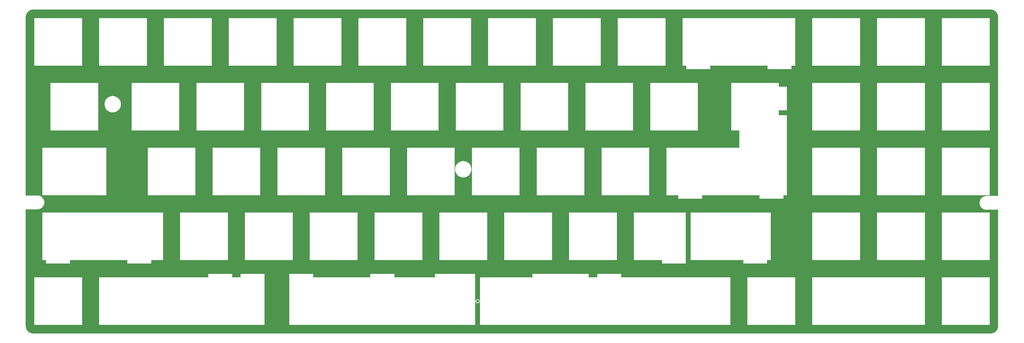
<source format=gbr>
%TF.GenerationSoftware,KiCad,Pcbnew,(7.0.0)*%
%TF.CreationDate,2023-03-30T18:52:10+02:00*%
%TF.ProjectId,qazimodo plate,71617a69-6d6f-4646-9f20-706c6174652e,rev?*%
%TF.SameCoordinates,Original*%
%TF.FileFunction,Copper,L2,Bot*%
%TF.FilePolarity,Positive*%
%FSLAX46Y46*%
G04 Gerber Fmt 4.6, Leading zero omitted, Abs format (unit mm)*
G04 Created by KiCad (PCBNEW (7.0.0)) date 2023-03-30 18:52:10*
%MOMM*%
%LPD*%
G01*
G04 APERTURE LIST*
%TA.AperFunction,ViaPad*%
%ADD10C,0.800000*%
%TD*%
G04 APERTURE END LIST*
D10*
%TO.N,*%
X178816000Y-131826000D03*
%TD*%
%TA.AperFunction,NonConductor*%
G36*
X329540401Y-46031705D02*
G01*
X329543373Y-46031884D01*
X329638922Y-46037662D01*
X329638922Y-46037677D01*
X329638973Y-46037665D01*
X329639096Y-46037672D01*
X329817955Y-46049393D01*
X329819237Y-46049551D01*
X329947559Y-46073065D01*
X330096004Y-46102589D01*
X330097138Y-46102878D01*
X330226857Y-46143297D01*
X330227028Y-46143353D01*
X330365141Y-46190233D01*
X330366127Y-46190621D01*
X330492053Y-46247293D01*
X330492275Y-46247398D01*
X330582109Y-46291697D01*
X330621115Y-46310933D01*
X330621978Y-46311405D01*
X330740996Y-46383351D01*
X330741436Y-46383631D01*
X330859949Y-46462817D01*
X330860652Y-46463326D01*
X330906813Y-46499489D01*
X330970566Y-46549434D01*
X330971005Y-46549799D01*
X331074979Y-46640979D01*
X331077858Y-46643504D01*
X331078408Y-46644018D01*
X331177233Y-46742840D01*
X331177747Y-46743389D01*
X331271451Y-46850236D01*
X331271857Y-46850727D01*
X331357931Y-46960588D01*
X331358441Y-46961291D01*
X331437638Y-47079815D01*
X331437917Y-47080254D01*
X331509864Y-47199264D01*
X331510337Y-47200128D01*
X331573829Y-47328876D01*
X331574002Y-47329242D01*
X331630649Y-47455100D01*
X331631052Y-47456123D01*
X331677910Y-47594160D01*
X331677999Y-47594436D01*
X331718398Y-47724079D01*
X331718698Y-47725256D01*
X331748195Y-47873543D01*
X331748228Y-47873714D01*
X331771730Y-48001951D01*
X331771894Y-48003274D01*
X331784138Y-48190647D01*
X331784141Y-48190703D01*
X331789559Y-48280256D01*
X331789505Y-48281085D01*
X331789554Y-48281085D01*
X331790264Y-100827704D01*
X331788722Y-100833456D01*
X331784511Y-100837665D01*
X331778758Y-100839204D01*
X328353080Y-100837500D01*
X328353047Y-100837500D01*
X328352947Y-100837500D01*
X328352893Y-100837503D01*
X328214167Y-100837142D01*
X328213780Y-100837141D01*
X328213406Y-100837191D01*
X328213397Y-100837192D01*
X327938125Y-100874329D01*
X327938116Y-100874330D01*
X327937744Y-100874381D01*
X327937384Y-100874480D01*
X327937374Y-100874483D01*
X327669741Y-100948820D01*
X327669735Y-100948821D01*
X327669368Y-100948924D01*
X327669023Y-100949072D01*
X327669006Y-100949079D01*
X327414034Y-101059219D01*
X327414023Y-101059224D01*
X327413668Y-101059378D01*
X327413338Y-101059577D01*
X327413326Y-101059584D01*
X327175757Y-101203475D01*
X327175753Y-101203477D01*
X327175424Y-101203677D01*
X327175133Y-101203912D01*
X327175123Y-101203920D01*
X326959390Y-101378879D01*
X326959382Y-101378885D01*
X326959089Y-101379124D01*
X326958822Y-101379409D01*
X326958820Y-101379411D01*
X326768982Y-101582146D01*
X326768973Y-101582156D01*
X326768708Y-101582440D01*
X326768485Y-101582755D01*
X326768477Y-101582765D01*
X326608068Y-101809498D01*
X326608064Y-101809504D01*
X326607838Y-101809824D01*
X326607654Y-101810178D01*
X326607653Y-101810180D01*
X326543428Y-101933878D01*
X326479488Y-102057026D01*
X326479363Y-102057375D01*
X326479359Y-102057386D01*
X326386185Y-102319059D01*
X326386181Y-102319071D01*
X326386056Y-102319424D01*
X326385978Y-102319797D01*
X326385977Y-102319802D01*
X326329368Y-102591732D01*
X326329366Y-102591739D01*
X326329289Y-102592114D01*
X326310248Y-102869999D01*
X326329289Y-103147884D01*
X326329367Y-103148260D01*
X326329368Y-103148265D01*
X326359541Y-103293206D01*
X326386056Y-103420574D01*
X326386182Y-103420930D01*
X326386185Y-103420938D01*
X326434394Y-103556331D01*
X326479487Y-103682972D01*
X326607837Y-103930174D01*
X326768707Y-104157558D01*
X326959088Y-104360875D01*
X327175422Y-104536322D01*
X327413666Y-104680621D01*
X327414033Y-104680779D01*
X327414032Y-104680779D01*
X327669004Y-104790919D01*
X327669008Y-104790920D01*
X327669366Y-104791075D01*
X327937742Y-104865619D01*
X328213778Y-104902859D01*
X328352911Y-104902495D01*
X328352945Y-104902499D01*
X328352945Y-104902496D01*
X328353045Y-104902496D01*
X331775499Y-104902496D01*
X331783630Y-104905864D01*
X331786998Y-104913994D01*
X331789047Y-132254740D01*
X331789554Y-139030684D01*
X331789554Y-139030837D01*
X331789533Y-139031531D01*
X331783572Y-139130079D01*
X331783568Y-139130137D01*
X331771843Y-139309050D01*
X331771680Y-139310371D01*
X331748171Y-139438654D01*
X331748138Y-139438824D01*
X331718644Y-139587104D01*
X331718344Y-139588282D01*
X331677954Y-139717901D01*
X331677865Y-139718177D01*
X331631003Y-139856230D01*
X331630600Y-139857253D01*
X331573953Y-139983116D01*
X331573780Y-139983482D01*
X331510291Y-140112222D01*
X331509819Y-140113085D01*
X331437881Y-140232086D01*
X331437601Y-140232526D01*
X331358410Y-140351044D01*
X331357901Y-140351747D01*
X331271803Y-140461641D01*
X331271396Y-140462132D01*
X331177719Y-140568949D01*
X331177205Y-140569498D01*
X331078380Y-140668322D01*
X331077830Y-140668836D01*
X330971002Y-140762521D01*
X330970512Y-140762928D01*
X330860625Y-140849017D01*
X330859922Y-140849526D01*
X330741415Y-140928707D01*
X330740975Y-140928987D01*
X330621954Y-141000937D01*
X330621091Y-141001409D01*
X330492347Y-141064897D01*
X330491981Y-141065070D01*
X330366123Y-141121711D01*
X330365099Y-141122114D01*
X330227072Y-141168965D01*
X330226797Y-141169054D01*
X330097149Y-141209453D01*
X330095971Y-141209753D01*
X329947697Y-141239244D01*
X329947527Y-141239277D01*
X329819230Y-141262786D01*
X329817910Y-141262949D01*
X329642903Y-141274434D01*
X329642844Y-141274438D01*
X329540054Y-141280654D01*
X329540046Y-141280525D01*
X329539341Y-141280684D01*
X48290402Y-141280684D01*
X48289707Y-141280663D01*
X48191126Y-141274697D01*
X48191069Y-141274693D01*
X48012188Y-141262965D01*
X48010867Y-141262802D01*
X47882593Y-141239292D01*
X47882422Y-141239259D01*
X47734144Y-141209762D01*
X47732967Y-141209462D01*
X47603336Y-141169065D01*
X47603060Y-141168976D01*
X47465016Y-141122114D01*
X47463993Y-141121711D01*
X47338154Y-141065072D01*
X47337788Y-141064899D01*
X47209033Y-141001402D01*
X47208169Y-141000929D01*
X47089163Y-140928985D01*
X47088724Y-140928706D01*
X46970214Y-140849518D01*
X46969511Y-140849008D01*
X46859638Y-140762925D01*
X46859147Y-140762519D01*
X46798636Y-140709451D01*
X46752300Y-140668814D01*
X46751756Y-140668305D01*
X46652940Y-140569485D01*
X46652426Y-140568935D01*
X46633162Y-140546969D01*
X46558731Y-140462094D01*
X46558355Y-140461641D01*
X46472255Y-140351739D01*
X46471746Y-140351036D01*
X46392558Y-140232519D01*
X46392278Y-140232079D01*
X46371421Y-140197577D01*
X46320325Y-140113051D01*
X46319872Y-140112222D01*
X46256363Y-139983436D01*
X46256201Y-139983092D01*
X46244235Y-139956504D01*
X46199560Y-139857237D01*
X46199159Y-139856217D01*
X46152307Y-139718190D01*
X46152218Y-139717915D01*
X46147237Y-139701929D01*
X46111816Y-139588257D01*
X46111523Y-139587104D01*
X46082002Y-139438684D01*
X46058479Y-139310317D01*
X46058323Y-139309050D01*
X46047069Y-139137887D01*
X46040616Y-139031184D01*
X46040728Y-139031177D01*
X46040553Y-139030407D01*
X46040532Y-138752682D01*
X48560396Y-138752682D01*
X48560437Y-138752781D01*
X48560554Y-138753065D01*
X48560937Y-138753223D01*
X48561036Y-138753182D01*
X62560838Y-138753182D01*
X62560937Y-138753223D01*
X62561320Y-138753065D01*
X62561437Y-138752781D01*
X62561478Y-138752682D01*
X67610396Y-138752682D01*
X67610437Y-138752781D01*
X67610554Y-138753065D01*
X67610937Y-138753223D01*
X67611036Y-138753182D01*
X116205099Y-138753182D01*
X116205383Y-138753065D01*
X116205453Y-138752895D01*
X116207626Y-138752682D01*
X116209645Y-138752682D01*
X116210437Y-138752682D01*
X116210437Y-138752781D01*
X116210554Y-138753065D01*
X116210937Y-138753223D01*
X116211320Y-138753065D01*
X116211437Y-138752781D01*
X116211437Y-138752682D01*
X123466146Y-138752682D01*
X123466187Y-138752781D01*
X123466304Y-138753065D01*
X123466687Y-138753223D01*
X123466786Y-138753182D01*
X124713901Y-138753182D01*
X124714099Y-138753182D01*
X178091588Y-138753182D01*
X178091687Y-138753223D01*
X178092070Y-138753065D01*
X178092187Y-138752781D01*
X178092228Y-138752682D01*
X179529146Y-138752682D01*
X179529187Y-138752781D01*
X179529304Y-138753065D01*
X179529687Y-138753223D01*
X179529786Y-138753182D01*
X181863901Y-138753182D01*
X181864099Y-138753182D01*
X253060838Y-138753182D01*
X253060937Y-138753223D01*
X253061320Y-138753065D01*
X253061437Y-138752781D01*
X253061478Y-138752682D01*
X258110396Y-138752682D01*
X258110437Y-138752781D01*
X258110554Y-138753065D01*
X258110937Y-138753223D01*
X258111036Y-138753182D01*
X272110838Y-138753182D01*
X272110937Y-138753223D01*
X272111320Y-138753065D01*
X272111437Y-138752781D01*
X272111478Y-138752682D01*
X277160396Y-138752682D01*
X277160437Y-138752781D01*
X277160554Y-138753065D01*
X277160937Y-138753223D01*
X277161036Y-138753182D01*
X278247838Y-138753182D01*
X278248036Y-138753182D01*
X309123838Y-138753182D01*
X309124036Y-138753182D01*
X310210838Y-138753182D01*
X310210937Y-138753223D01*
X310211320Y-138753065D01*
X310211437Y-138752781D01*
X310211478Y-138752682D01*
X315260396Y-138752682D01*
X315260437Y-138752781D01*
X315260554Y-138753065D01*
X315260937Y-138753223D01*
X315261036Y-138753182D01*
X329260838Y-138753182D01*
X329260937Y-138753223D01*
X329261320Y-138753065D01*
X329261437Y-138752781D01*
X329261478Y-138752682D01*
X329261437Y-138752583D01*
X329261437Y-124752781D01*
X329261478Y-124752682D01*
X329261320Y-124752299D01*
X329261036Y-124752182D01*
X329260937Y-124752141D01*
X329260838Y-124752182D01*
X315261036Y-124752182D01*
X315260937Y-124752141D01*
X315260838Y-124752182D01*
X315260554Y-124752299D01*
X315260396Y-124752682D01*
X315260437Y-124752781D01*
X315260437Y-138752583D01*
X315260396Y-138752682D01*
X310211478Y-138752682D01*
X310211437Y-138752583D01*
X310211437Y-124752781D01*
X310211478Y-124752682D01*
X310211320Y-124752299D01*
X310211036Y-124752182D01*
X310210937Y-124752141D01*
X310210838Y-124752182D01*
X309123838Y-124752182D01*
X309123554Y-124752299D01*
X309123483Y-124752468D01*
X309121311Y-124752682D01*
X309120626Y-124752682D01*
X309118453Y-124752468D01*
X309118383Y-124752299D01*
X309118099Y-124752182D01*
X309116974Y-124752182D01*
X277163050Y-124752182D01*
X277161036Y-124752182D01*
X277160937Y-124752141D01*
X277160838Y-124752182D01*
X277160554Y-124752299D01*
X277160396Y-124752682D01*
X277160437Y-124752781D01*
X277160437Y-138752583D01*
X277160396Y-138752682D01*
X272111478Y-138752682D01*
X272111437Y-138752583D01*
X272111437Y-124752781D01*
X272111478Y-124752682D01*
X272111320Y-124752299D01*
X272111036Y-124752182D01*
X272110937Y-124752141D01*
X272110838Y-124752182D01*
X258111036Y-124752182D01*
X258110937Y-124752141D01*
X258110838Y-124752182D01*
X258110554Y-124752299D01*
X258110396Y-124752682D01*
X258110437Y-124752781D01*
X258110437Y-138752583D01*
X258110396Y-138752682D01*
X253061478Y-138752682D01*
X253061437Y-138752583D01*
X253061437Y-124752781D01*
X253061478Y-124752682D01*
X253061320Y-124752299D01*
X253061036Y-124752182D01*
X253060937Y-124752141D01*
X253060838Y-124752182D01*
X248412099Y-124752182D01*
X220997937Y-124752182D01*
X220989805Y-124748814D01*
X220986437Y-124740682D01*
X220986437Y-123755882D01*
X220986437Y-123752781D01*
X220986478Y-123752682D01*
X220986320Y-123752299D01*
X220986036Y-123752182D01*
X220985937Y-123752141D01*
X220985838Y-123752182D01*
X213986036Y-123752182D01*
X213985937Y-123752141D01*
X213985838Y-123752182D01*
X213985554Y-123752299D01*
X213985396Y-123752682D01*
X213985437Y-123752781D01*
X213985437Y-123755882D01*
X213985437Y-124740682D01*
X213982069Y-124748814D01*
X213973937Y-124752182D01*
X211472937Y-124752182D01*
X211464805Y-124748814D01*
X211461437Y-124740682D01*
X211461437Y-123755882D01*
X211461437Y-123752781D01*
X211461478Y-123752682D01*
X211461320Y-123752299D01*
X211461036Y-123752182D01*
X211460937Y-123752141D01*
X211460838Y-123752182D01*
X206883099Y-123752182D01*
X194967786Y-123752182D01*
X194967687Y-123752141D01*
X194967588Y-123752182D01*
X194967304Y-123752299D01*
X194967146Y-123752682D01*
X194967187Y-123752781D01*
X194967187Y-123755882D01*
X194967187Y-124740682D01*
X194963819Y-124748814D01*
X194955687Y-124752182D01*
X181864099Y-124752182D01*
X179529786Y-124752182D01*
X179529687Y-124752141D01*
X179529588Y-124752182D01*
X179529304Y-124752299D01*
X179529146Y-124752682D01*
X179529187Y-124752781D01*
X179529187Y-138752583D01*
X179529146Y-138752682D01*
X178092228Y-138752682D01*
X178092187Y-138752583D01*
X178092187Y-131826000D01*
X178210318Y-131826000D01*
X178230956Y-131982762D01*
X178291464Y-132128841D01*
X178387718Y-132254282D01*
X178513159Y-132350536D01*
X178659238Y-132411044D01*
X178816000Y-132431682D01*
X178972762Y-132411044D01*
X179118841Y-132350536D01*
X179244282Y-132254282D01*
X179340536Y-132128841D01*
X179401044Y-131982762D01*
X179421682Y-131826000D01*
X179401044Y-131669238D01*
X179340536Y-131523159D01*
X179244282Y-131397718D01*
X179118841Y-131301464D01*
X179118151Y-131301178D01*
X179118149Y-131301177D01*
X178973453Y-131241242D01*
X178973451Y-131241241D01*
X178972762Y-131240956D01*
X178972020Y-131240858D01*
X178972019Y-131240858D01*
X178816744Y-131220416D01*
X178816000Y-131220318D01*
X178815256Y-131220416D01*
X178659980Y-131240858D01*
X178659977Y-131240858D01*
X178659238Y-131240956D01*
X178658550Y-131241240D01*
X178658546Y-131241242D01*
X178513850Y-131301177D01*
X178513845Y-131301179D01*
X178513159Y-131301464D01*
X178512569Y-131301916D01*
X178512565Y-131301919D01*
X178388315Y-131397259D01*
X178388311Y-131397262D01*
X178387718Y-131397718D01*
X178387262Y-131398311D01*
X178387259Y-131398315D01*
X178291919Y-131522565D01*
X178291916Y-131522569D01*
X178291464Y-131523159D01*
X178291179Y-131523845D01*
X178291177Y-131523850D01*
X178231242Y-131668546D01*
X178231240Y-131668550D01*
X178230956Y-131669238D01*
X178210318Y-131826000D01*
X178092187Y-131826000D01*
X178092187Y-123752781D01*
X178092228Y-123752682D01*
X178092070Y-123752299D01*
X178091786Y-123752182D01*
X178091687Y-123752141D01*
X178091588Y-123752182D01*
X173361036Y-123752182D01*
X171091786Y-123752182D01*
X166361036Y-123752182D01*
X166360937Y-123752141D01*
X166360838Y-123752182D01*
X166360554Y-123752299D01*
X166360396Y-123752682D01*
X166360437Y-123752781D01*
X166360437Y-123755882D01*
X166360437Y-124740682D01*
X166357069Y-124748814D01*
X166348937Y-124752182D01*
X160192286Y-124752182D01*
X154354687Y-124752182D01*
X154346555Y-124748814D01*
X154343187Y-124740682D01*
X154343187Y-123755882D01*
X154343187Y-123752781D01*
X154343228Y-123752682D01*
X154343070Y-123752299D01*
X154342786Y-123752182D01*
X154342687Y-123752141D01*
X154342588Y-123752182D01*
X154311036Y-123752182D01*
X147319901Y-123752182D01*
X147319617Y-123752299D01*
X147319546Y-123752468D01*
X147317374Y-123752682D01*
X147312229Y-123752682D01*
X147311437Y-123752682D01*
X147311437Y-123752583D01*
X147311320Y-123752299D01*
X147310937Y-123752141D01*
X147310554Y-123752299D01*
X147310437Y-123752583D01*
X147310437Y-123753709D01*
X147310437Y-124740682D01*
X147307069Y-124748814D01*
X147298937Y-124752182D01*
X138811099Y-124752182D01*
X130478687Y-124752182D01*
X130470555Y-124748814D01*
X130467187Y-124740682D01*
X130467187Y-123755882D01*
X130467187Y-123752781D01*
X130467228Y-123752682D01*
X130467070Y-123752299D01*
X130466786Y-123752182D01*
X130466687Y-123752141D01*
X130466588Y-123752182D01*
X123466786Y-123752182D01*
X123466687Y-123752141D01*
X123466588Y-123752182D01*
X123466304Y-123752299D01*
X123466146Y-123752682D01*
X123466187Y-123752781D01*
X123466187Y-138752583D01*
X123466146Y-138752682D01*
X116211437Y-138752682D01*
X116211437Y-123752781D01*
X116211478Y-123752682D01*
X116211320Y-123752299D01*
X116211036Y-123752182D01*
X116210937Y-123752141D01*
X116210838Y-123752182D01*
X109211036Y-123752182D01*
X109210937Y-123752141D01*
X109210838Y-123752182D01*
X109210554Y-123752299D01*
X109210396Y-123752682D01*
X109210437Y-123752781D01*
X109210437Y-123755882D01*
X109210437Y-124740682D01*
X109207069Y-124748814D01*
X109198937Y-124752182D01*
X106704187Y-124752182D01*
X106696055Y-124748814D01*
X106692687Y-124740682D01*
X106692687Y-123755882D01*
X106692687Y-123752781D01*
X106692728Y-123752682D01*
X106692570Y-123752299D01*
X106692286Y-123752182D01*
X106692187Y-123752141D01*
X106692088Y-123752182D01*
X106686036Y-123752182D01*
X99692286Y-123752182D01*
X99686036Y-123752182D01*
X99685937Y-123752141D01*
X99685838Y-123752182D01*
X99685554Y-123752299D01*
X99685396Y-123752682D01*
X99685437Y-123752781D01*
X99685437Y-123755882D01*
X99685437Y-124740682D01*
X99682069Y-124748814D01*
X99673937Y-124752182D01*
X67611036Y-124752182D01*
X67610937Y-124752141D01*
X67610838Y-124752182D01*
X67610554Y-124752299D01*
X67610396Y-124752682D01*
X67610437Y-124752781D01*
X67610437Y-138752583D01*
X67610396Y-138752682D01*
X62561478Y-138752682D01*
X62561437Y-138752583D01*
X62561437Y-124752781D01*
X62561478Y-124752682D01*
X62561320Y-124752299D01*
X62561036Y-124752182D01*
X62560937Y-124752141D01*
X62560838Y-124752182D01*
X48561036Y-124752182D01*
X48560937Y-124752141D01*
X48560838Y-124752182D01*
X48560554Y-124752299D01*
X48560396Y-124752682D01*
X48560437Y-124752781D01*
X48560437Y-138752583D01*
X48560396Y-138752682D01*
X46040532Y-138752682D01*
X46039113Y-119702682D01*
X50941646Y-119702682D01*
X50941687Y-119702781D01*
X50941804Y-119703065D01*
X50942187Y-119703223D01*
X50942286Y-119703182D01*
X52017187Y-119703182D01*
X52025319Y-119706550D01*
X52028687Y-119714682D01*
X52028687Y-120702583D01*
X52028646Y-120702682D01*
X52028687Y-120702781D01*
X52028804Y-120703065D01*
X52029187Y-120703223D01*
X52029286Y-120703182D01*
X59029088Y-120703182D01*
X59029187Y-120703223D01*
X59029570Y-120703065D01*
X59029687Y-120702781D01*
X59029728Y-120702682D01*
X59029687Y-120702583D01*
X59029687Y-119714682D01*
X59033055Y-119706550D01*
X59041187Y-119703182D01*
X74548901Y-119703182D01*
X74549099Y-119703182D01*
X75893187Y-119703182D01*
X75901319Y-119706550D01*
X75904687Y-119714682D01*
X75904687Y-120702583D01*
X75904646Y-120702682D01*
X75904687Y-120702781D01*
X75904804Y-120703065D01*
X75905187Y-120703223D01*
X75905286Y-120703182D01*
X82905088Y-120703182D01*
X82905187Y-120703223D01*
X82905570Y-120703065D01*
X82905687Y-120702781D01*
X82905728Y-120702682D01*
X82905687Y-120702583D01*
X82905687Y-119714682D01*
X82909055Y-119706550D01*
X82917187Y-119703182D01*
X86373338Y-119703182D01*
X86373437Y-119703223D01*
X86373820Y-119703065D01*
X86373937Y-119702781D01*
X86373978Y-119702682D01*
X91422896Y-119702682D01*
X91422937Y-119702781D01*
X91423054Y-119703065D01*
X91423437Y-119703223D01*
X91423536Y-119703182D01*
X105423338Y-119703182D01*
X105423437Y-119703223D01*
X105423820Y-119703065D01*
X105423937Y-119702781D01*
X105423978Y-119702682D01*
X110472896Y-119702682D01*
X110472937Y-119702781D01*
X110473054Y-119703065D01*
X110473437Y-119703223D01*
X110473536Y-119703182D01*
X124473338Y-119703182D01*
X124473437Y-119703223D01*
X124473820Y-119703065D01*
X124473937Y-119702781D01*
X124473978Y-119702682D01*
X129522896Y-119702682D01*
X129522937Y-119702781D01*
X129523054Y-119703065D01*
X129523437Y-119703223D01*
X129523536Y-119703182D01*
X143523338Y-119703182D01*
X143523437Y-119703223D01*
X143523820Y-119703065D01*
X143523937Y-119702781D01*
X143523978Y-119702682D01*
X148572896Y-119702682D01*
X148572937Y-119702781D01*
X148573054Y-119703065D01*
X148573437Y-119703223D01*
X148573536Y-119703182D01*
X162573338Y-119703182D01*
X162573437Y-119703223D01*
X162573820Y-119703065D01*
X162573937Y-119702781D01*
X162573978Y-119702682D01*
X167622896Y-119702682D01*
X167622937Y-119702781D01*
X167623054Y-119703065D01*
X167623437Y-119703223D01*
X167623536Y-119703182D01*
X181623338Y-119703182D01*
X181623437Y-119703223D01*
X181623820Y-119703065D01*
X181623937Y-119702781D01*
X181623978Y-119702682D01*
X186672896Y-119702682D01*
X186672937Y-119702781D01*
X186673054Y-119703065D01*
X186673437Y-119703223D01*
X186673536Y-119703182D01*
X200673338Y-119703182D01*
X200673437Y-119703223D01*
X200673820Y-119703065D01*
X200673937Y-119702781D01*
X200673978Y-119702682D01*
X205722896Y-119702682D01*
X205722937Y-119702781D01*
X205723054Y-119703065D01*
X205723437Y-119703223D01*
X205723536Y-119703182D01*
X219723338Y-119703182D01*
X219723437Y-119703223D01*
X219723820Y-119703065D01*
X219723937Y-119702781D01*
X219723978Y-119702682D01*
X224772896Y-119702682D01*
X224772937Y-119702781D01*
X224773054Y-119703065D01*
X224773437Y-119703223D01*
X224773536Y-119703182D01*
X232992187Y-119703182D01*
X233000319Y-119706550D01*
X233003687Y-119714682D01*
X233003687Y-120702583D01*
X233003646Y-120702682D01*
X233003687Y-120702781D01*
X233003804Y-120703065D01*
X233004187Y-120703223D01*
X233004286Y-120703182D01*
X240004088Y-120703182D01*
X240004187Y-120703223D01*
X240004570Y-120703065D01*
X240004687Y-120702781D01*
X240004728Y-120702682D01*
X240004687Y-120702583D01*
X240004687Y-119702682D01*
X241441646Y-119702682D01*
X241441687Y-119702781D01*
X241441804Y-119703065D01*
X241442187Y-119703223D01*
X241442286Y-119703182D01*
X250951901Y-119703182D01*
X250967286Y-119703182D01*
X256868187Y-119703182D01*
X256876319Y-119706550D01*
X256879687Y-119714682D01*
X256879687Y-120702583D01*
X256879646Y-120702682D01*
X256879687Y-120702781D01*
X256879804Y-120703065D01*
X256880187Y-120703223D01*
X256880286Y-120703182D01*
X263880088Y-120703182D01*
X263880187Y-120703223D01*
X263880570Y-120703065D01*
X263880687Y-120702781D01*
X263880728Y-120702682D01*
X263880687Y-120702583D01*
X263880687Y-119714682D01*
X263884055Y-119706550D01*
X263892187Y-119703182D01*
X264967088Y-119703182D01*
X264967187Y-119703223D01*
X264967570Y-119703065D01*
X264967687Y-119702781D01*
X264967728Y-119702682D01*
X277160396Y-119702682D01*
X277160437Y-119702781D01*
X277160554Y-119703065D01*
X277160937Y-119703223D01*
X277161036Y-119703182D01*
X291160838Y-119703182D01*
X291160937Y-119703223D01*
X291161320Y-119703065D01*
X291161437Y-119702781D01*
X291161478Y-119702682D01*
X296210396Y-119702682D01*
X296210437Y-119702781D01*
X296210554Y-119703065D01*
X296210937Y-119703223D01*
X296211036Y-119703182D01*
X310210838Y-119703182D01*
X310210937Y-119703223D01*
X310211320Y-119703065D01*
X310211437Y-119702781D01*
X310211478Y-119702682D01*
X315260396Y-119702682D01*
X315260437Y-119702781D01*
X315260554Y-119703065D01*
X315260937Y-119703223D01*
X315261036Y-119703182D01*
X329260838Y-119703182D01*
X329260937Y-119703223D01*
X329261320Y-119703065D01*
X329261437Y-119702781D01*
X329261478Y-119702682D01*
X329261437Y-119702583D01*
X329261437Y-105702781D01*
X329261478Y-105702682D01*
X329261320Y-105702299D01*
X329261036Y-105702182D01*
X329260937Y-105702141D01*
X329260838Y-105702182D01*
X315261036Y-105702182D01*
X315260937Y-105702141D01*
X315260838Y-105702182D01*
X315260554Y-105702299D01*
X315260396Y-105702682D01*
X315260437Y-105702781D01*
X315260437Y-119702583D01*
X315260396Y-119702682D01*
X310211478Y-119702682D01*
X310211437Y-119702583D01*
X310211437Y-105702781D01*
X310211478Y-105702682D01*
X310211320Y-105702299D01*
X310211036Y-105702182D01*
X310210937Y-105702141D01*
X310210838Y-105702182D01*
X296211036Y-105702182D01*
X296210937Y-105702141D01*
X296210838Y-105702182D01*
X296210554Y-105702299D01*
X296210396Y-105702682D01*
X296210437Y-105702781D01*
X296210437Y-119702583D01*
X296210396Y-119702682D01*
X291161478Y-119702682D01*
X291161437Y-119702583D01*
X291161437Y-105702781D01*
X291161478Y-105702682D01*
X291161320Y-105702299D01*
X291161036Y-105702182D01*
X291160937Y-105702141D01*
X291160838Y-105702182D01*
X277161036Y-105702182D01*
X277160937Y-105702141D01*
X277160838Y-105702182D01*
X277160554Y-105702299D01*
X277160396Y-105702682D01*
X277160437Y-105702781D01*
X277160437Y-119702583D01*
X277160396Y-119702682D01*
X264967728Y-119702682D01*
X264967687Y-119702583D01*
X264967687Y-105702781D01*
X264967728Y-105702682D01*
X264967570Y-105702299D01*
X264967286Y-105702182D01*
X264967187Y-105702141D01*
X264967088Y-105702182D01*
X250967286Y-105702182D01*
X241442286Y-105702182D01*
X241442187Y-105702141D01*
X241442088Y-105702182D01*
X241441804Y-105702299D01*
X241441646Y-105702682D01*
X241441687Y-105702781D01*
X241441687Y-119702583D01*
X241441646Y-119702682D01*
X240004687Y-119702682D01*
X240004687Y-105702781D01*
X240004728Y-105702682D01*
X240004570Y-105702299D01*
X240004286Y-105702182D01*
X240004187Y-105702141D01*
X240004088Y-105702182D01*
X238773338Y-105702182D01*
X238773054Y-105702299D01*
X238772983Y-105702468D01*
X238770811Y-105702682D01*
X238762626Y-105702682D01*
X238760453Y-105702468D01*
X238760383Y-105702299D01*
X238760099Y-105702182D01*
X238758974Y-105702182D01*
X224775550Y-105702182D01*
X224773536Y-105702182D01*
X224773437Y-105702141D01*
X224773338Y-105702182D01*
X224773054Y-105702299D01*
X224772896Y-105702682D01*
X224772937Y-105702781D01*
X224772937Y-119702583D01*
X224772896Y-119702682D01*
X219723978Y-119702682D01*
X219723937Y-119702583D01*
X219723937Y-105702781D01*
X219723978Y-105702682D01*
X219723820Y-105702299D01*
X219723536Y-105702182D01*
X219723437Y-105702141D01*
X219723338Y-105702182D01*
X205723536Y-105702182D01*
X205723437Y-105702141D01*
X205723338Y-105702182D01*
X205723054Y-105702299D01*
X205722896Y-105702682D01*
X205722937Y-105702781D01*
X205722937Y-119702583D01*
X205722896Y-119702682D01*
X200673978Y-119702682D01*
X200673937Y-119702583D01*
X200673937Y-105702781D01*
X200673978Y-105702682D01*
X200673820Y-105702299D01*
X200673536Y-105702182D01*
X200673437Y-105702141D01*
X200673338Y-105702182D01*
X186673536Y-105702182D01*
X186673437Y-105702141D01*
X186673338Y-105702182D01*
X186673054Y-105702299D01*
X186672896Y-105702682D01*
X186672937Y-105702781D01*
X186672937Y-119702583D01*
X186672896Y-119702682D01*
X181623978Y-119702682D01*
X181623937Y-119702583D01*
X181623937Y-105702781D01*
X181623978Y-105702682D01*
X181623820Y-105702299D01*
X181623536Y-105702182D01*
X181623437Y-105702141D01*
X181623338Y-105702182D01*
X167623536Y-105702182D01*
X167623437Y-105702141D01*
X167623338Y-105702182D01*
X167623054Y-105702299D01*
X167622896Y-105702682D01*
X167622937Y-105702781D01*
X167622937Y-119702583D01*
X167622896Y-119702682D01*
X162573978Y-119702682D01*
X162573937Y-119702583D01*
X162573937Y-105702781D01*
X162573978Y-105702682D01*
X162573820Y-105702299D01*
X162573536Y-105702182D01*
X162573437Y-105702141D01*
X162573338Y-105702182D01*
X148573536Y-105702182D01*
X148573437Y-105702141D01*
X148573338Y-105702182D01*
X148573054Y-105702299D01*
X148572896Y-105702682D01*
X148572937Y-105702781D01*
X148572937Y-119702583D01*
X148572896Y-119702682D01*
X143523978Y-119702682D01*
X143523937Y-119702583D01*
X143523937Y-105702781D01*
X143523978Y-105702682D01*
X143523820Y-105702299D01*
X143523536Y-105702182D01*
X143523437Y-105702141D01*
X143523338Y-105702182D01*
X129523536Y-105702182D01*
X129523437Y-105702141D01*
X129523338Y-105702182D01*
X129523054Y-105702299D01*
X129522896Y-105702682D01*
X129522937Y-105702781D01*
X129522937Y-119702583D01*
X129522896Y-119702682D01*
X124473978Y-119702682D01*
X124473937Y-119702583D01*
X124473937Y-105702781D01*
X124473978Y-105702682D01*
X124473820Y-105702299D01*
X124473536Y-105702182D01*
X124473437Y-105702141D01*
X124473338Y-105702182D01*
X110473536Y-105702182D01*
X110473437Y-105702141D01*
X110473338Y-105702182D01*
X110473054Y-105702299D01*
X110472896Y-105702682D01*
X110472937Y-105702781D01*
X110472937Y-119702583D01*
X110472896Y-119702682D01*
X105423978Y-119702682D01*
X105423937Y-119702583D01*
X105423937Y-105702781D01*
X105423978Y-105702682D01*
X105423820Y-105702299D01*
X105423536Y-105702182D01*
X105423437Y-105702141D01*
X105423338Y-105702182D01*
X91423536Y-105702182D01*
X91423437Y-105702141D01*
X91423338Y-105702182D01*
X91423054Y-105702299D01*
X91422896Y-105702682D01*
X91422937Y-105702781D01*
X91422937Y-119702583D01*
X91422896Y-119702682D01*
X86373978Y-119702682D01*
X86373937Y-119702583D01*
X86373937Y-105702781D01*
X86373978Y-105702682D01*
X86373820Y-105702299D01*
X86373536Y-105702182D01*
X86373437Y-105702141D01*
X86373338Y-105702182D01*
X51943099Y-105702182D01*
X50942286Y-105702182D01*
X50942187Y-105702141D01*
X50942088Y-105702182D01*
X50941804Y-105702299D01*
X50941646Y-105702682D01*
X50941687Y-105702781D01*
X50941687Y-119702583D01*
X50941646Y-119702682D01*
X46039113Y-119702682D01*
X46038010Y-104905864D01*
X46038001Y-104787001D01*
X46039541Y-104781250D01*
X46043751Y-104777041D01*
X46049501Y-104775500D01*
X49452601Y-104775500D01*
X49452601Y-104775501D01*
X49452648Y-104775496D01*
X49591771Y-104775863D01*
X49867812Y-104738629D01*
X50136194Y-104664090D01*
X50391900Y-104553640D01*
X50630151Y-104409342D01*
X50846492Y-104233895D01*
X51036879Y-104030578D01*
X51197753Y-103803192D01*
X51326107Y-103555987D01*
X51419542Y-103293585D01*
X51476311Y-103020890D01*
X51495353Y-102743001D01*
X51476312Y-102465112D01*
X51419543Y-102192417D01*
X51326108Y-101930015D01*
X51197754Y-101682810D01*
X51036880Y-101455423D01*
X50846493Y-101252106D01*
X50630152Y-101076659D01*
X50391902Y-100932361D01*
X50346153Y-100912600D01*
X50174604Y-100838500D01*
X50136196Y-100821910D01*
X50135827Y-100821807D01*
X50135820Y-100821805D01*
X49868186Y-100747474D01*
X49868181Y-100747473D01*
X49867814Y-100747371D01*
X49867429Y-100747319D01*
X49592156Y-100710188D01*
X49592146Y-100710187D01*
X49591773Y-100710137D01*
X49591384Y-100710138D01*
X49452648Y-100710502D01*
X49452601Y-100710499D01*
X49452601Y-100710500D01*
X46053701Y-100710500D01*
X46045569Y-100707132D01*
X46042201Y-100699000D01*
X46042200Y-100652682D01*
X50926459Y-100652682D01*
X50926616Y-100653064D01*
X50926617Y-100653065D01*
X50926999Y-100653223D01*
X50927099Y-100653182D01*
X65023901Y-100653182D01*
X65024099Y-100653182D01*
X69704588Y-100653182D01*
X69704687Y-100653223D01*
X69705070Y-100653065D01*
X69705187Y-100652781D01*
X69705228Y-100652682D01*
X81897896Y-100652682D01*
X81897937Y-100652781D01*
X81898054Y-100653065D01*
X81898437Y-100653223D01*
X81898536Y-100653182D01*
X95898338Y-100653182D01*
X95898437Y-100653223D01*
X95898820Y-100653065D01*
X95898937Y-100652781D01*
X95898978Y-100652682D01*
X100947896Y-100652682D01*
X100947937Y-100652781D01*
X100948054Y-100653065D01*
X100948437Y-100653223D01*
X100948536Y-100653182D01*
X114948338Y-100653182D01*
X114948437Y-100653223D01*
X114948820Y-100653065D01*
X114948937Y-100652781D01*
X114948978Y-100652682D01*
X119997896Y-100652682D01*
X119997937Y-100652781D01*
X119998054Y-100653065D01*
X119998437Y-100653223D01*
X119998536Y-100653182D01*
X133998338Y-100653182D01*
X133998437Y-100653223D01*
X133998820Y-100653065D01*
X133998937Y-100652781D01*
X133998978Y-100652682D01*
X139047896Y-100652682D01*
X139047937Y-100652781D01*
X139048054Y-100653065D01*
X139048437Y-100653223D01*
X139048536Y-100653182D01*
X153048338Y-100653182D01*
X153048437Y-100653223D01*
X153048820Y-100653065D01*
X153048937Y-100652781D01*
X153048978Y-100652682D01*
X158097896Y-100652682D01*
X158097937Y-100652781D01*
X158098054Y-100653065D01*
X158098437Y-100653223D01*
X158098536Y-100653182D01*
X172098338Y-100653182D01*
X172098437Y-100653223D01*
X172098820Y-100653065D01*
X172098937Y-100652781D01*
X172098978Y-100652682D01*
X177147896Y-100652682D01*
X177147937Y-100652781D01*
X177148054Y-100653065D01*
X177148437Y-100653223D01*
X177148536Y-100653182D01*
X191148338Y-100653182D01*
X191148437Y-100653223D01*
X191148820Y-100653065D01*
X191148937Y-100652781D01*
X191148978Y-100652682D01*
X196197896Y-100652682D01*
X196197937Y-100652781D01*
X196198054Y-100653065D01*
X196198437Y-100653223D01*
X196198536Y-100653182D01*
X210198338Y-100653182D01*
X210198437Y-100653223D01*
X210198820Y-100653065D01*
X210198937Y-100652781D01*
X210198978Y-100652682D01*
X215247896Y-100652682D01*
X215247937Y-100652781D01*
X215248054Y-100653065D01*
X215248437Y-100653223D01*
X215248536Y-100653182D01*
X229248338Y-100653182D01*
X229248437Y-100653223D01*
X229248820Y-100653065D01*
X229248937Y-100652781D01*
X229248978Y-100652682D01*
X234297896Y-100652682D01*
X234297937Y-100652781D01*
X234298054Y-100653065D01*
X234298437Y-100653223D01*
X234298536Y-100653182D01*
X237754687Y-100653182D01*
X237762819Y-100656550D01*
X237766187Y-100664682D01*
X237766187Y-101652583D01*
X237766146Y-101652682D01*
X237766187Y-101652781D01*
X237766304Y-101653065D01*
X237766687Y-101653223D01*
X237766786Y-101653182D01*
X244766588Y-101653182D01*
X244766687Y-101653223D01*
X244767070Y-101653065D01*
X244767187Y-101652781D01*
X244767228Y-101652682D01*
X244767187Y-101652583D01*
X244767187Y-100664682D01*
X244770555Y-100656550D01*
X244778687Y-100653182D01*
X246125901Y-100653182D01*
X246126099Y-100653182D01*
X261630687Y-100653182D01*
X261638819Y-100656550D01*
X261642187Y-100664682D01*
X261642187Y-101652583D01*
X261642146Y-101652682D01*
X261642187Y-101652781D01*
X261642304Y-101653065D01*
X261642687Y-101653223D01*
X261642786Y-101653182D01*
X268642588Y-101653182D01*
X268642687Y-101653223D01*
X268643070Y-101653065D01*
X268643187Y-101652781D01*
X268643228Y-101652682D01*
X268643187Y-101652583D01*
X268643187Y-100664682D01*
X268646555Y-100656550D01*
X268654687Y-100653182D01*
X269729588Y-100653182D01*
X269729687Y-100653223D01*
X269730070Y-100653065D01*
X269730187Y-100652781D01*
X269730228Y-100652682D01*
X277160396Y-100652682D01*
X277160437Y-100652781D01*
X277160554Y-100653065D01*
X277160937Y-100653223D01*
X277161036Y-100653182D01*
X291160838Y-100653182D01*
X291160937Y-100653223D01*
X291161320Y-100653065D01*
X291161437Y-100652781D01*
X291161478Y-100652682D01*
X296210396Y-100652682D01*
X296210437Y-100652781D01*
X296210554Y-100653065D01*
X296210937Y-100653223D01*
X296211036Y-100653182D01*
X310210838Y-100653182D01*
X310210937Y-100653223D01*
X310211320Y-100653065D01*
X310211437Y-100652781D01*
X310211478Y-100652682D01*
X315260396Y-100652682D01*
X315260437Y-100652781D01*
X315260554Y-100653065D01*
X315260937Y-100653223D01*
X315261036Y-100653182D01*
X329260838Y-100653182D01*
X329260937Y-100653223D01*
X329261320Y-100653065D01*
X329261437Y-100652781D01*
X329261478Y-100652682D01*
X329261437Y-100652583D01*
X329261437Y-86652781D01*
X329261478Y-86652682D01*
X329261320Y-86652299D01*
X329261036Y-86652182D01*
X329260937Y-86652141D01*
X329260838Y-86652182D01*
X315261036Y-86652182D01*
X315260937Y-86652141D01*
X315260838Y-86652182D01*
X315260554Y-86652299D01*
X315260396Y-86652682D01*
X315260437Y-86652781D01*
X315260437Y-100652583D01*
X315260396Y-100652682D01*
X310211478Y-100652682D01*
X310211437Y-100652583D01*
X310211437Y-86652781D01*
X310211478Y-86652682D01*
X310211320Y-86652299D01*
X310211036Y-86652182D01*
X310210937Y-86652141D01*
X310210838Y-86652182D01*
X296211036Y-86652182D01*
X296210937Y-86652141D01*
X296210838Y-86652182D01*
X296210554Y-86652299D01*
X296210396Y-86652682D01*
X296210437Y-86652781D01*
X296210437Y-100652583D01*
X296210396Y-100652682D01*
X291161478Y-100652682D01*
X291161437Y-100652583D01*
X291161437Y-86652781D01*
X291161478Y-86652682D01*
X291161320Y-86652299D01*
X291161036Y-86652182D01*
X291160937Y-86652141D01*
X291160838Y-86652182D01*
X277161036Y-86652182D01*
X277160937Y-86652141D01*
X277160838Y-86652182D01*
X277160554Y-86652299D01*
X277160396Y-86652682D01*
X277160437Y-86652781D01*
X277160437Y-100652583D01*
X277160396Y-100652682D01*
X269730228Y-100652682D01*
X269730187Y-100652583D01*
X269730187Y-99694901D01*
X269730187Y-81602682D01*
X277160396Y-81602682D01*
X277160437Y-81602781D01*
X277160554Y-81603065D01*
X277160937Y-81603223D01*
X277161036Y-81603182D01*
X291160838Y-81603182D01*
X291160937Y-81603223D01*
X291161320Y-81603065D01*
X291161437Y-81602781D01*
X291161478Y-81602682D01*
X296210396Y-81602682D01*
X296210437Y-81602781D01*
X296210554Y-81603065D01*
X296210937Y-81603223D01*
X296211036Y-81603182D01*
X310210838Y-81603182D01*
X310210937Y-81603223D01*
X310211320Y-81603065D01*
X310211437Y-81602781D01*
X310211478Y-81602682D01*
X315260396Y-81602682D01*
X315260437Y-81602781D01*
X315260554Y-81603065D01*
X315260937Y-81603223D01*
X315261036Y-81603182D01*
X329260838Y-81603182D01*
X329260937Y-81603223D01*
X329261320Y-81603065D01*
X329261437Y-81602781D01*
X329261478Y-81602682D01*
X329261437Y-81602583D01*
X329261437Y-67602781D01*
X329261478Y-67602682D01*
X329261320Y-67602299D01*
X329261036Y-67602182D01*
X329260937Y-67602141D01*
X329260838Y-67602182D01*
X315261036Y-67602182D01*
X315260937Y-67602141D01*
X315260838Y-67602182D01*
X315260554Y-67602299D01*
X315260396Y-67602682D01*
X315260437Y-67602781D01*
X315260437Y-81602583D01*
X315260396Y-81602682D01*
X310211478Y-81602682D01*
X310211437Y-81602583D01*
X310211437Y-67602781D01*
X310211478Y-67602682D01*
X310211320Y-67602299D01*
X310211036Y-67602182D01*
X310210937Y-67602141D01*
X310210838Y-67602182D01*
X296211036Y-67602182D01*
X296210937Y-67602141D01*
X296210838Y-67602182D01*
X296210554Y-67602299D01*
X296210396Y-67602682D01*
X296210437Y-67602781D01*
X296210437Y-81602583D01*
X296210396Y-81602682D01*
X291161478Y-81602682D01*
X291161437Y-81602583D01*
X291161437Y-67602781D01*
X291161478Y-67602682D01*
X291161320Y-67602299D01*
X291161036Y-67602182D01*
X291160937Y-67602141D01*
X291160838Y-67602182D01*
X277161036Y-67602182D01*
X277160937Y-67602141D01*
X277160838Y-67602182D01*
X277160554Y-67602299D01*
X277160396Y-67602682D01*
X277160437Y-67602781D01*
X277160437Y-81602583D01*
X277160396Y-81602682D01*
X269730187Y-81602682D01*
X269730187Y-77127781D01*
X269730228Y-77127682D01*
X269730070Y-77127299D01*
X269729786Y-77127182D01*
X269729687Y-77127141D01*
X269729588Y-77127182D01*
X267360437Y-77127182D01*
X267352305Y-77123814D01*
X267348937Y-77115682D01*
X267348937Y-75701682D01*
X267352305Y-75693550D01*
X267360437Y-75690182D01*
X269729588Y-75690182D01*
X269729687Y-75690223D01*
X269730070Y-75690065D01*
X269730187Y-75689781D01*
X269730228Y-75689682D01*
X269730187Y-75689583D01*
X269730187Y-68689781D01*
X269730228Y-68689682D01*
X269730070Y-68689299D01*
X269729786Y-68689182D01*
X269729687Y-68689141D01*
X269729588Y-68689182D01*
X267360437Y-68689182D01*
X267352305Y-68685814D01*
X267348937Y-68677682D01*
X267348937Y-67605882D01*
X267348937Y-67602781D01*
X267348978Y-67602682D01*
X267348820Y-67602299D01*
X267348536Y-67602182D01*
X267348437Y-67602141D01*
X267348338Y-67602182D01*
X253348536Y-67602182D01*
X253348437Y-67602141D01*
X253348338Y-67602182D01*
X253348054Y-67602299D01*
X253347896Y-67602682D01*
X253347937Y-67602781D01*
X253347937Y-81602583D01*
X253347896Y-81602682D01*
X253347937Y-81602781D01*
X253348054Y-81603065D01*
X253348437Y-81603223D01*
X253348536Y-81603182D01*
X255717687Y-81603182D01*
X255725819Y-81606550D01*
X255729187Y-81614682D01*
X255729187Y-86640682D01*
X255725819Y-86648814D01*
X255717687Y-86652182D01*
X248412099Y-86652182D01*
X234298536Y-86652182D01*
X234298437Y-86652141D01*
X234298338Y-86652182D01*
X234298054Y-86652299D01*
X234297896Y-86652682D01*
X234297937Y-86652781D01*
X234297937Y-100652583D01*
X234297896Y-100652682D01*
X229248978Y-100652682D01*
X229248937Y-100652583D01*
X229248937Y-86652781D01*
X229248978Y-86652682D01*
X229248820Y-86652299D01*
X229248536Y-86652182D01*
X229248437Y-86652141D01*
X229248338Y-86652182D01*
X215248536Y-86652182D01*
X215248437Y-86652141D01*
X215248338Y-86652182D01*
X215248054Y-86652299D01*
X215247896Y-86652682D01*
X215247937Y-86652781D01*
X215247937Y-100652583D01*
X215247896Y-100652682D01*
X210198978Y-100652682D01*
X210198937Y-100652583D01*
X210198937Y-86652781D01*
X210198978Y-86652682D01*
X210198820Y-86652299D01*
X210198536Y-86652182D01*
X210198437Y-86652141D01*
X210198338Y-86652182D01*
X196198536Y-86652182D01*
X196198437Y-86652141D01*
X196198338Y-86652182D01*
X196198054Y-86652299D01*
X196197896Y-86652682D01*
X196197937Y-86652781D01*
X196197937Y-100652583D01*
X196197896Y-100652682D01*
X191148978Y-100652682D01*
X191148937Y-100652583D01*
X191148937Y-86652781D01*
X191148978Y-86652682D01*
X191148820Y-86652299D01*
X191148536Y-86652182D01*
X191148437Y-86652141D01*
X191148338Y-86652182D01*
X177148536Y-86652182D01*
X177148437Y-86652141D01*
X177148338Y-86652182D01*
X177148054Y-86652299D01*
X177147896Y-86652682D01*
X177147937Y-86652781D01*
X177147937Y-100652583D01*
X177147896Y-100652682D01*
X172098978Y-100652682D01*
X172098937Y-100652583D01*
X172098937Y-93001114D01*
X172204098Y-93001114D01*
X172204121Y-93001480D01*
X172223018Y-93301851D01*
X172223064Y-93302571D01*
X172279663Y-93599274D01*
X172373003Y-93886544D01*
X172501611Y-94159850D01*
X172501796Y-94160142D01*
X172501798Y-94160145D01*
X172661315Y-94411505D01*
X172663459Y-94414882D01*
X172663685Y-94415155D01*
X172663690Y-94415162D01*
X172855765Y-94647341D01*
X172855772Y-94647348D01*
X172855995Y-94647618D01*
X173076182Y-94854388D01*
X173320549Y-95031930D01*
X173585240Y-95177446D01*
X173866082Y-95288639D01*
X174158646Y-95363756D01*
X174458317Y-95401614D01*
X174760010Y-95401614D01*
X174760371Y-95401614D01*
X175060042Y-95363756D01*
X175352606Y-95288639D01*
X175633448Y-95177446D01*
X175898139Y-95031930D01*
X176142506Y-94854388D01*
X176362693Y-94647618D01*
X176555229Y-94414882D01*
X176717077Y-94159850D01*
X176845685Y-93886544D01*
X176939025Y-93599274D01*
X176995624Y-93302571D01*
X177014590Y-93001114D01*
X176995624Y-92699657D01*
X176939025Y-92402954D01*
X176845685Y-92115684D01*
X176717077Y-91842378D01*
X176555229Y-91587346D01*
X176365947Y-91358543D01*
X176362922Y-91354886D01*
X176362916Y-91354880D01*
X176362693Y-91354610D01*
X176142506Y-91147840D01*
X175898139Y-90970298D01*
X175897827Y-90970126D01*
X175897820Y-90970122D01*
X175633768Y-90824958D01*
X175633448Y-90824782D01*
X175633102Y-90824645D01*
X175633100Y-90824644D01*
X175352945Y-90713723D01*
X175352941Y-90713721D01*
X175352606Y-90713589D01*
X175352267Y-90713502D01*
X175352258Y-90713499D01*
X175060386Y-90638560D01*
X175060381Y-90638559D01*
X175060042Y-90638472D01*
X175059693Y-90638427D01*
X175059683Y-90638426D01*
X174760731Y-90600659D01*
X174760723Y-90600658D01*
X174760371Y-90600614D01*
X174458317Y-90600614D01*
X174457965Y-90600658D01*
X174457956Y-90600659D01*
X174159004Y-90638426D01*
X174158991Y-90638428D01*
X174158646Y-90638472D01*
X174158309Y-90638558D01*
X174158301Y-90638560D01*
X173866429Y-90713499D01*
X173866415Y-90713503D01*
X173866082Y-90713589D01*
X173865750Y-90713720D01*
X173865742Y-90713723D01*
X173585587Y-90824644D01*
X173585578Y-90824647D01*
X173585240Y-90824782D01*
X173584924Y-90824955D01*
X173584919Y-90824958D01*
X173320867Y-90970122D01*
X173320853Y-90970130D01*
X173320549Y-90970298D01*
X173320265Y-90970503D01*
X173320256Y-90970510D01*
X173076469Y-91147631D01*
X173076464Y-91147634D01*
X173076182Y-91147840D01*
X173075926Y-91148080D01*
X173075918Y-91148087D01*
X172856257Y-91354363D01*
X172856249Y-91354371D01*
X172855995Y-91354610D01*
X172855778Y-91354871D01*
X172855765Y-91354886D01*
X172663690Y-91587065D01*
X172663679Y-91587079D01*
X172663459Y-91587346D01*
X172663273Y-91587638D01*
X172663265Y-91587650D01*
X172501798Y-91842082D01*
X172501792Y-91842091D01*
X172501611Y-91842378D01*
X172373003Y-92115684D01*
X172372895Y-92116013D01*
X172372893Y-92116021D01*
X172279774Y-92402611D01*
X172279663Y-92402954D01*
X172279596Y-92403304D01*
X172279595Y-92403309D01*
X172223131Y-92699303D01*
X172223129Y-92699311D01*
X172223064Y-92699657D01*
X172223041Y-92700009D01*
X172223041Y-92700016D01*
X172204121Y-93000748D01*
X172204098Y-93001114D01*
X172098937Y-93001114D01*
X172098937Y-86652781D01*
X172098978Y-86652682D01*
X172098820Y-86652299D01*
X172098536Y-86652182D01*
X172098437Y-86652141D01*
X172098338Y-86652182D01*
X158098536Y-86652182D01*
X158098437Y-86652141D01*
X158098338Y-86652182D01*
X158098054Y-86652299D01*
X158097896Y-86652682D01*
X158097937Y-86652781D01*
X158097937Y-100652583D01*
X158097896Y-100652682D01*
X153048978Y-100652682D01*
X153048937Y-100652583D01*
X153048937Y-86652781D01*
X153048978Y-86652682D01*
X153048820Y-86652299D01*
X153048536Y-86652182D01*
X153048437Y-86652141D01*
X153048338Y-86652182D01*
X139048536Y-86652182D01*
X139048437Y-86652141D01*
X139048338Y-86652182D01*
X139048054Y-86652299D01*
X139047896Y-86652682D01*
X139047937Y-86652781D01*
X139047937Y-100652583D01*
X139047896Y-100652682D01*
X133998978Y-100652682D01*
X133998937Y-100652583D01*
X133998937Y-86652781D01*
X133998978Y-86652682D01*
X133998820Y-86652299D01*
X133998536Y-86652182D01*
X133998437Y-86652141D01*
X133998338Y-86652182D01*
X119998536Y-86652182D01*
X119998437Y-86652141D01*
X119998338Y-86652182D01*
X119998054Y-86652299D01*
X119997896Y-86652682D01*
X119997937Y-86652781D01*
X119997937Y-100652583D01*
X119997896Y-100652682D01*
X114948978Y-100652682D01*
X114948937Y-100652583D01*
X114948937Y-86652781D01*
X114948978Y-86652682D01*
X114948820Y-86652299D01*
X114948536Y-86652182D01*
X114948437Y-86652141D01*
X114948338Y-86652182D01*
X100948536Y-86652182D01*
X100948437Y-86652141D01*
X100948338Y-86652182D01*
X100948054Y-86652299D01*
X100947896Y-86652682D01*
X100947937Y-86652781D01*
X100947937Y-100652583D01*
X100947896Y-100652682D01*
X95898978Y-100652682D01*
X95898937Y-100652583D01*
X95898937Y-86652781D01*
X95898978Y-86652682D01*
X95898820Y-86652299D01*
X95898536Y-86652182D01*
X95898437Y-86652141D01*
X95898338Y-86652182D01*
X81898536Y-86652182D01*
X81898437Y-86652141D01*
X81898338Y-86652182D01*
X81898054Y-86652299D01*
X81897896Y-86652682D01*
X81897937Y-86652781D01*
X81897937Y-100652583D01*
X81897896Y-100652682D01*
X69705228Y-100652682D01*
X69705187Y-100652583D01*
X69705187Y-86652781D01*
X69705228Y-86652682D01*
X69705070Y-86652299D01*
X69704786Y-86652182D01*
X69704687Y-86652141D01*
X69704588Y-86652182D01*
X64897099Y-86652182D01*
X50942287Y-86652182D01*
X50942188Y-86652141D01*
X50942088Y-86652182D01*
X50941804Y-86652299D01*
X50941646Y-86652682D01*
X50941686Y-86652780D01*
X50941683Y-86654764D01*
X50941683Y-86654767D01*
X50927539Y-99694901D01*
X50926500Y-100652582D01*
X50926459Y-100652682D01*
X46042200Y-100652682D01*
X46041601Y-81602682D01*
X53322896Y-81602682D01*
X53322937Y-81602781D01*
X53323054Y-81603065D01*
X53323437Y-81603223D01*
X53323536Y-81603182D01*
X67323338Y-81603182D01*
X67323437Y-81603223D01*
X67323820Y-81603065D01*
X67323937Y-81602781D01*
X67323978Y-81602682D01*
X77135396Y-81602682D01*
X77135437Y-81602781D01*
X77135554Y-81603065D01*
X77135937Y-81603223D01*
X77136036Y-81603182D01*
X91135838Y-81603182D01*
X91135937Y-81603223D01*
X91136320Y-81603065D01*
X91136437Y-81602781D01*
X91136478Y-81602682D01*
X96185396Y-81602682D01*
X96185437Y-81602781D01*
X96185554Y-81603065D01*
X96185937Y-81603223D01*
X96186036Y-81603182D01*
X110185838Y-81603182D01*
X110185937Y-81603223D01*
X110186320Y-81603065D01*
X110186437Y-81602781D01*
X110186478Y-81602682D01*
X115235396Y-81602682D01*
X115235437Y-81602781D01*
X115235554Y-81603065D01*
X115235937Y-81603223D01*
X115236036Y-81603182D01*
X129235838Y-81603182D01*
X129235937Y-81603223D01*
X129236320Y-81603065D01*
X129236437Y-81602781D01*
X129236478Y-81602682D01*
X134285396Y-81602682D01*
X134285437Y-81602781D01*
X134285554Y-81603065D01*
X134285937Y-81603223D01*
X134286036Y-81603182D01*
X148285838Y-81603182D01*
X148285937Y-81603223D01*
X148286320Y-81603065D01*
X148286437Y-81602781D01*
X148286478Y-81602682D01*
X153335396Y-81602682D01*
X153335437Y-81602781D01*
X153335554Y-81603065D01*
X153335937Y-81603223D01*
X153336036Y-81603182D01*
X167335838Y-81603182D01*
X167335937Y-81603223D01*
X167336320Y-81603065D01*
X167336437Y-81602781D01*
X167336478Y-81602682D01*
X172385396Y-81602682D01*
X172385437Y-81602781D01*
X172385554Y-81603065D01*
X172385937Y-81603223D01*
X172386036Y-81603182D01*
X186385838Y-81603182D01*
X186385937Y-81603223D01*
X186386320Y-81603065D01*
X186386437Y-81602781D01*
X186386478Y-81602682D01*
X191435396Y-81602682D01*
X191435437Y-81602781D01*
X191435554Y-81603065D01*
X191435937Y-81603223D01*
X191436036Y-81603182D01*
X205435838Y-81603182D01*
X205435937Y-81603223D01*
X205436320Y-81603065D01*
X205436437Y-81602781D01*
X205436478Y-81602682D01*
X210485396Y-81602682D01*
X210485437Y-81602781D01*
X210485554Y-81603065D01*
X210485937Y-81603223D01*
X210486036Y-81603182D01*
X224485838Y-81603182D01*
X224485937Y-81603223D01*
X224486320Y-81603065D01*
X224486437Y-81602781D01*
X224486478Y-81602682D01*
X229535396Y-81602682D01*
X229535437Y-81602781D01*
X229535554Y-81603065D01*
X229535937Y-81603223D01*
X229536036Y-81603182D01*
X243535838Y-81603182D01*
X243535937Y-81603223D01*
X243536320Y-81603065D01*
X243536437Y-81602781D01*
X243536478Y-81602682D01*
X243536437Y-81602583D01*
X243536437Y-67602781D01*
X243536478Y-67602682D01*
X243536320Y-67602299D01*
X243536036Y-67602182D01*
X243535937Y-67602141D01*
X243535838Y-67602182D01*
X229536036Y-67602182D01*
X229535937Y-67602141D01*
X229535838Y-67602182D01*
X229535554Y-67602299D01*
X229535396Y-67602682D01*
X229535437Y-67602781D01*
X229535437Y-81602583D01*
X229535396Y-81602682D01*
X224486478Y-81602682D01*
X224486437Y-81602583D01*
X224486437Y-67602781D01*
X224486478Y-67602682D01*
X224486320Y-67602299D01*
X224486036Y-67602182D01*
X224485937Y-67602141D01*
X224485838Y-67602182D01*
X210486036Y-67602182D01*
X210485937Y-67602141D01*
X210485838Y-67602182D01*
X210485554Y-67602299D01*
X210485396Y-67602682D01*
X210485437Y-67602781D01*
X210485437Y-81602583D01*
X210485396Y-81602682D01*
X205436478Y-81602682D01*
X205436437Y-81602583D01*
X205436437Y-67602781D01*
X205436478Y-67602682D01*
X205436320Y-67602299D01*
X205436036Y-67602182D01*
X205435937Y-67602141D01*
X205435838Y-67602182D01*
X191436036Y-67602182D01*
X191435937Y-67602141D01*
X191435838Y-67602182D01*
X191435554Y-67602299D01*
X191435396Y-67602682D01*
X191435437Y-67602781D01*
X191435437Y-81602583D01*
X191435396Y-81602682D01*
X186386478Y-81602682D01*
X186386437Y-81602583D01*
X186386437Y-67602781D01*
X186386478Y-67602682D01*
X186386320Y-67602299D01*
X186386036Y-67602182D01*
X186385937Y-67602141D01*
X186385838Y-67602182D01*
X172386036Y-67602182D01*
X172385937Y-67602141D01*
X172385838Y-67602182D01*
X172385554Y-67602299D01*
X172385396Y-67602682D01*
X172385437Y-67602781D01*
X172385437Y-81602583D01*
X172385396Y-81602682D01*
X167336478Y-81602682D01*
X167336437Y-81602583D01*
X167336437Y-67602781D01*
X167336478Y-67602682D01*
X167336320Y-67602299D01*
X167336036Y-67602182D01*
X167335937Y-67602141D01*
X167335838Y-67602182D01*
X153336036Y-67602182D01*
X153335937Y-67602141D01*
X153335838Y-67602182D01*
X153335554Y-67602299D01*
X153335396Y-67602682D01*
X153335437Y-67602781D01*
X153335437Y-81602583D01*
X153335396Y-81602682D01*
X148286478Y-81602682D01*
X148286437Y-81602583D01*
X148286437Y-67602781D01*
X148286478Y-67602682D01*
X148286320Y-67602299D01*
X148286036Y-67602182D01*
X148285937Y-67602141D01*
X148285838Y-67602182D01*
X134286036Y-67602182D01*
X134285937Y-67602141D01*
X134285838Y-67602182D01*
X134285554Y-67602299D01*
X134285396Y-67602682D01*
X134285437Y-67602781D01*
X134285437Y-81602583D01*
X134285396Y-81602682D01*
X129236478Y-81602682D01*
X129236437Y-81602583D01*
X129236437Y-67602781D01*
X129236478Y-67602682D01*
X129236320Y-67602299D01*
X129236036Y-67602182D01*
X129235937Y-67602141D01*
X129235838Y-67602182D01*
X115236036Y-67602182D01*
X115235937Y-67602141D01*
X115235838Y-67602182D01*
X115235554Y-67602299D01*
X115235396Y-67602682D01*
X115235437Y-67602781D01*
X115235437Y-81602583D01*
X115235396Y-81602682D01*
X110186478Y-81602682D01*
X110186437Y-81602583D01*
X110186437Y-67602781D01*
X110186478Y-67602682D01*
X110186320Y-67602299D01*
X110186036Y-67602182D01*
X110185937Y-67602141D01*
X110185838Y-67602182D01*
X96186036Y-67602182D01*
X96185937Y-67602141D01*
X96185838Y-67602182D01*
X96185554Y-67602299D01*
X96185396Y-67602682D01*
X96185437Y-67602781D01*
X96185437Y-81602583D01*
X96185396Y-81602682D01*
X91136478Y-81602682D01*
X91136437Y-81602583D01*
X91136437Y-67602781D01*
X91136478Y-67602682D01*
X91136320Y-67602299D01*
X91136036Y-67602182D01*
X91135937Y-67602141D01*
X91135838Y-67602182D01*
X77136036Y-67602182D01*
X77135937Y-67602141D01*
X77135838Y-67602182D01*
X77135554Y-67602299D01*
X77135396Y-67602682D01*
X77135437Y-67602781D01*
X77135437Y-81602583D01*
X77135396Y-81602682D01*
X67323978Y-81602682D01*
X67323937Y-81602583D01*
X67323937Y-73880935D01*
X69186627Y-73880935D01*
X69186650Y-73881301D01*
X69205547Y-74181672D01*
X69205593Y-74182392D01*
X69262192Y-74479095D01*
X69355532Y-74766365D01*
X69484140Y-75039671D01*
X69484325Y-75039963D01*
X69484327Y-75039966D01*
X69643844Y-75291326D01*
X69645988Y-75294703D01*
X69646214Y-75294976D01*
X69646219Y-75294983D01*
X69838294Y-75527162D01*
X69838301Y-75527169D01*
X69838524Y-75527439D01*
X70058711Y-75734209D01*
X70303078Y-75911751D01*
X70567769Y-76057267D01*
X70848611Y-76168460D01*
X71141175Y-76243577D01*
X71440846Y-76281435D01*
X71742539Y-76281435D01*
X71742900Y-76281435D01*
X72042571Y-76243577D01*
X72335135Y-76168460D01*
X72615977Y-76057267D01*
X72880668Y-75911751D01*
X73125035Y-75734209D01*
X73345222Y-75527439D01*
X73537758Y-75294703D01*
X73699606Y-75039671D01*
X73828214Y-74766365D01*
X73921554Y-74479095D01*
X73978153Y-74182392D01*
X73997119Y-73880935D01*
X73978153Y-73579478D01*
X73921554Y-73282775D01*
X73828214Y-72995505D01*
X73699606Y-72722199D01*
X73537758Y-72467167D01*
X73348476Y-72238364D01*
X73345451Y-72234707D01*
X73345445Y-72234701D01*
X73345222Y-72234431D01*
X73125035Y-72027661D01*
X72880668Y-71850119D01*
X72880356Y-71849947D01*
X72880349Y-71849943D01*
X72616297Y-71704779D01*
X72615977Y-71704603D01*
X72615631Y-71704466D01*
X72615629Y-71704465D01*
X72335474Y-71593544D01*
X72335470Y-71593542D01*
X72335135Y-71593410D01*
X72334796Y-71593323D01*
X72334787Y-71593320D01*
X72042915Y-71518381D01*
X72042910Y-71518380D01*
X72042571Y-71518293D01*
X72042222Y-71518248D01*
X72042212Y-71518247D01*
X71743260Y-71480480D01*
X71743252Y-71480479D01*
X71742900Y-71480435D01*
X71440846Y-71480435D01*
X71440494Y-71480479D01*
X71440485Y-71480480D01*
X71141533Y-71518247D01*
X71141520Y-71518249D01*
X71141175Y-71518293D01*
X71140838Y-71518379D01*
X71140830Y-71518381D01*
X70848958Y-71593320D01*
X70848944Y-71593324D01*
X70848611Y-71593410D01*
X70848279Y-71593541D01*
X70848271Y-71593544D01*
X70568116Y-71704465D01*
X70568107Y-71704468D01*
X70567769Y-71704603D01*
X70567453Y-71704776D01*
X70567448Y-71704779D01*
X70303396Y-71849943D01*
X70303382Y-71849951D01*
X70303078Y-71850119D01*
X70302794Y-71850324D01*
X70302785Y-71850331D01*
X70058998Y-72027452D01*
X70058993Y-72027455D01*
X70058711Y-72027661D01*
X70058455Y-72027901D01*
X70058447Y-72027908D01*
X69838786Y-72234184D01*
X69838778Y-72234192D01*
X69838524Y-72234431D01*
X69838307Y-72234692D01*
X69838294Y-72234707D01*
X69646219Y-72466886D01*
X69646208Y-72466900D01*
X69645988Y-72467167D01*
X69645802Y-72467459D01*
X69645794Y-72467471D01*
X69484327Y-72721903D01*
X69484321Y-72721912D01*
X69484140Y-72722199D01*
X69355532Y-72995505D01*
X69355424Y-72995834D01*
X69355422Y-72995842D01*
X69262303Y-73282432D01*
X69262192Y-73282775D01*
X69262125Y-73283125D01*
X69262124Y-73283130D01*
X69205660Y-73579124D01*
X69205658Y-73579132D01*
X69205593Y-73579478D01*
X69205570Y-73579830D01*
X69205570Y-73579837D01*
X69186650Y-73880569D01*
X69186627Y-73880935D01*
X67323937Y-73880935D01*
X67323937Y-67602781D01*
X67323978Y-67602682D01*
X67323820Y-67602299D01*
X67323536Y-67602182D01*
X67323437Y-67602141D01*
X67323338Y-67602182D01*
X53323536Y-67602182D01*
X53323437Y-67602141D01*
X53323338Y-67602182D01*
X53323054Y-67602299D01*
X53322896Y-67602682D01*
X53322937Y-67602781D01*
X53322937Y-81602583D01*
X53322896Y-81602682D01*
X46041601Y-81602682D01*
X46041002Y-62552682D01*
X48560396Y-62552682D01*
X48560437Y-62552781D01*
X48560554Y-62553065D01*
X48560937Y-62553223D01*
X48561036Y-62553182D01*
X62560838Y-62553182D01*
X62560937Y-62553223D01*
X62561320Y-62553065D01*
X62561437Y-62552781D01*
X62561478Y-62552682D01*
X67610396Y-62552682D01*
X67610437Y-62552781D01*
X67610554Y-62553065D01*
X67610937Y-62553223D01*
X67611036Y-62553182D01*
X81610838Y-62553182D01*
X81610937Y-62553223D01*
X81611320Y-62553065D01*
X81611437Y-62552781D01*
X81611478Y-62552682D01*
X86660396Y-62552682D01*
X86660437Y-62552781D01*
X86660554Y-62553065D01*
X86660937Y-62553223D01*
X86661036Y-62553182D01*
X100660838Y-62553182D01*
X100660937Y-62553223D01*
X100661320Y-62553065D01*
X100661437Y-62552781D01*
X100661478Y-62552682D01*
X105710396Y-62552682D01*
X105710437Y-62552781D01*
X105710554Y-62553065D01*
X105710937Y-62553223D01*
X105711036Y-62553182D01*
X119710838Y-62553182D01*
X119710937Y-62553223D01*
X119711320Y-62553065D01*
X119711437Y-62552781D01*
X119711478Y-62552682D01*
X124760396Y-62552682D01*
X124760437Y-62552781D01*
X124760554Y-62553065D01*
X124760937Y-62553223D01*
X124761036Y-62553182D01*
X138760838Y-62553182D01*
X138760937Y-62553223D01*
X138761320Y-62553065D01*
X138761437Y-62552781D01*
X138761478Y-62552682D01*
X143810396Y-62552682D01*
X143810437Y-62552781D01*
X143810554Y-62553065D01*
X143810937Y-62553223D01*
X143811036Y-62553182D01*
X157810838Y-62553182D01*
X157810937Y-62553223D01*
X157811320Y-62553065D01*
X157811437Y-62552781D01*
X157811478Y-62552682D01*
X162860396Y-62552682D01*
X162860437Y-62552781D01*
X162860554Y-62553065D01*
X162860937Y-62553223D01*
X162861036Y-62553182D01*
X176860838Y-62553182D01*
X176860937Y-62553223D01*
X176861320Y-62553065D01*
X176861437Y-62552781D01*
X176861478Y-62552682D01*
X181910396Y-62552682D01*
X181910437Y-62552781D01*
X181910554Y-62553065D01*
X181910937Y-62553223D01*
X181911036Y-62553182D01*
X195910838Y-62553182D01*
X195910937Y-62553223D01*
X195911320Y-62553065D01*
X195911437Y-62552781D01*
X195911478Y-62552682D01*
X200960396Y-62552682D01*
X200960437Y-62552781D01*
X200960554Y-62553065D01*
X200960937Y-62553223D01*
X200961036Y-62553182D01*
X214960838Y-62553182D01*
X214960937Y-62553223D01*
X214961320Y-62553065D01*
X214961437Y-62552781D01*
X214961478Y-62552682D01*
X220010396Y-62552682D01*
X220010437Y-62552781D01*
X220010554Y-62553065D01*
X220010937Y-62553223D01*
X220011036Y-62553182D01*
X234010838Y-62553182D01*
X234010937Y-62553223D01*
X234011320Y-62553065D01*
X234011437Y-62552781D01*
X234011478Y-62552682D01*
X239060396Y-62552682D01*
X239060437Y-62552781D01*
X239060554Y-62553065D01*
X239060937Y-62553223D01*
X239061036Y-62553182D01*
X240135937Y-62553182D01*
X240144069Y-62556550D01*
X240147437Y-62564682D01*
X240147437Y-63552583D01*
X240147396Y-63552682D01*
X240147437Y-63552781D01*
X240147554Y-63553065D01*
X240147937Y-63553223D01*
X240148036Y-63553182D01*
X247147838Y-63553182D01*
X247147937Y-63553223D01*
X247148320Y-63553065D01*
X247148437Y-63552781D01*
X247148478Y-63552682D01*
X247148437Y-63552583D01*
X247148437Y-62564682D01*
X247151805Y-62556550D01*
X247159937Y-62553182D01*
X262635901Y-62553182D01*
X262636099Y-62553182D01*
X264011937Y-62553182D01*
X264020069Y-62556550D01*
X264023437Y-62564682D01*
X264023437Y-63552583D01*
X264023396Y-63552682D01*
X264023437Y-63552781D01*
X264023554Y-63553065D01*
X264023937Y-63553223D01*
X264024036Y-63553182D01*
X271023838Y-63553182D01*
X271023937Y-63553223D01*
X271024320Y-63553065D01*
X271024437Y-63552781D01*
X271024478Y-63552682D01*
X271024437Y-63552583D01*
X271024437Y-62564682D01*
X271027805Y-62556550D01*
X271035937Y-62553182D01*
X272110838Y-62553182D01*
X272110937Y-62553223D01*
X272111320Y-62553065D01*
X272111437Y-62552781D01*
X272111478Y-62552682D01*
X277160396Y-62552682D01*
X277160437Y-62552781D01*
X277160554Y-62553065D01*
X277160937Y-62553223D01*
X277161036Y-62553182D01*
X291160838Y-62553182D01*
X291160937Y-62553223D01*
X291161320Y-62553065D01*
X291161437Y-62552781D01*
X291161478Y-62552682D01*
X296210396Y-62552682D01*
X296210437Y-62552781D01*
X296210554Y-62553065D01*
X296210937Y-62553223D01*
X296211036Y-62553182D01*
X310210838Y-62553182D01*
X310210937Y-62553223D01*
X310211320Y-62553065D01*
X310211437Y-62552781D01*
X310211478Y-62552682D01*
X315260396Y-62552682D01*
X315260437Y-62552781D01*
X315260554Y-62553065D01*
X315260937Y-62553223D01*
X315261036Y-62553182D01*
X329260838Y-62553182D01*
X329260937Y-62553223D01*
X329261320Y-62553065D01*
X329261437Y-62552781D01*
X329261478Y-62552682D01*
X329261437Y-62552583D01*
X329261437Y-48552781D01*
X329261478Y-48552682D01*
X329261320Y-48552299D01*
X329261036Y-48552182D01*
X329260937Y-48552141D01*
X329260838Y-48552182D01*
X315261036Y-48552182D01*
X315260937Y-48552141D01*
X315260838Y-48552182D01*
X315260554Y-48552299D01*
X315260396Y-48552682D01*
X315260437Y-48552781D01*
X315260437Y-62552583D01*
X315260396Y-62552682D01*
X310211478Y-62552682D01*
X310211437Y-62552583D01*
X310211437Y-48552781D01*
X310211478Y-48552682D01*
X310211320Y-48552299D01*
X310211036Y-48552182D01*
X310210937Y-48552141D01*
X310210838Y-48552182D01*
X296211036Y-48552182D01*
X296210937Y-48552141D01*
X296210838Y-48552182D01*
X296210554Y-48552299D01*
X296210396Y-48552682D01*
X296210437Y-48552781D01*
X296210437Y-62552583D01*
X296210396Y-62552682D01*
X291161478Y-62552682D01*
X291161437Y-62552583D01*
X291161437Y-48552781D01*
X291161478Y-48552682D01*
X291161320Y-48552299D01*
X291161036Y-48552182D01*
X291160937Y-48552141D01*
X291160838Y-48552182D01*
X277161036Y-48552182D01*
X277160937Y-48552141D01*
X277160838Y-48552182D01*
X277160554Y-48552299D01*
X277160396Y-48552682D01*
X277160437Y-48552781D01*
X277160437Y-62552583D01*
X277160396Y-62552682D01*
X272111478Y-62552682D01*
X272111437Y-62552583D01*
X272111437Y-48552781D01*
X272111478Y-48552682D01*
X272111320Y-48552299D01*
X272111036Y-48552182D01*
X272110937Y-48552141D01*
X272110838Y-48552182D01*
X240156901Y-48552182D01*
X240156617Y-48552299D01*
X240156546Y-48552468D01*
X240154374Y-48552682D01*
X240150563Y-48552682D01*
X240148390Y-48552468D01*
X240148320Y-48552299D01*
X240148036Y-48552182D01*
X240146911Y-48552182D01*
X239063050Y-48552182D01*
X239061036Y-48552182D01*
X239060937Y-48552141D01*
X239060838Y-48552182D01*
X239060554Y-48552299D01*
X239060396Y-48552682D01*
X239060437Y-48552781D01*
X239060437Y-62552583D01*
X239060396Y-62552682D01*
X234011478Y-62552682D01*
X234011437Y-62552583D01*
X234011437Y-48552781D01*
X234011478Y-48552682D01*
X234011320Y-48552299D01*
X234011036Y-48552182D01*
X234010937Y-48552141D01*
X234010838Y-48552182D01*
X220011036Y-48552182D01*
X220010937Y-48552141D01*
X220010838Y-48552182D01*
X220010554Y-48552299D01*
X220010396Y-48552682D01*
X220010437Y-48552781D01*
X220010437Y-62552583D01*
X220010396Y-62552682D01*
X214961478Y-62552682D01*
X214961437Y-62552583D01*
X214961437Y-48552781D01*
X214961478Y-48552682D01*
X214961320Y-48552299D01*
X214961036Y-48552182D01*
X214960937Y-48552141D01*
X214960838Y-48552182D01*
X200961036Y-48552182D01*
X200960937Y-48552141D01*
X200960838Y-48552182D01*
X200960554Y-48552299D01*
X200960396Y-48552682D01*
X200960437Y-48552781D01*
X200960437Y-62552583D01*
X200960396Y-62552682D01*
X195911478Y-62552682D01*
X195911437Y-62552583D01*
X195911437Y-48552781D01*
X195911478Y-48552682D01*
X195911320Y-48552299D01*
X195911036Y-48552182D01*
X195910937Y-48552141D01*
X195910838Y-48552182D01*
X181911036Y-48552182D01*
X181910937Y-48552141D01*
X181910838Y-48552182D01*
X181910554Y-48552299D01*
X181910396Y-48552682D01*
X181910437Y-48552781D01*
X181910437Y-62552583D01*
X181910396Y-62552682D01*
X176861478Y-62552682D01*
X176861437Y-62552583D01*
X176861437Y-48552781D01*
X176861478Y-48552682D01*
X176861320Y-48552299D01*
X176861036Y-48552182D01*
X176860937Y-48552141D01*
X176860838Y-48552182D01*
X162861036Y-48552182D01*
X162860937Y-48552141D01*
X162860838Y-48552182D01*
X162860554Y-48552299D01*
X162860396Y-48552682D01*
X162860437Y-48552781D01*
X162860437Y-62552583D01*
X162860396Y-62552682D01*
X157811478Y-62552682D01*
X157811437Y-62552583D01*
X157811437Y-48552781D01*
X157811478Y-48552682D01*
X157811320Y-48552299D01*
X157811036Y-48552182D01*
X157810937Y-48552141D01*
X157810838Y-48552182D01*
X143811036Y-48552182D01*
X143810937Y-48552141D01*
X143810838Y-48552182D01*
X143810554Y-48552299D01*
X143810396Y-48552682D01*
X143810437Y-48552781D01*
X143810437Y-62552583D01*
X143810396Y-62552682D01*
X138761478Y-62552682D01*
X138761437Y-62552583D01*
X138761437Y-48552781D01*
X138761478Y-48552682D01*
X138761320Y-48552299D01*
X138761036Y-48552182D01*
X138760937Y-48552141D01*
X138760838Y-48552182D01*
X124761036Y-48552182D01*
X124760937Y-48552141D01*
X124760838Y-48552182D01*
X124760554Y-48552299D01*
X124760396Y-48552682D01*
X124760437Y-48552781D01*
X124760437Y-62552583D01*
X124760396Y-62552682D01*
X119711478Y-62552682D01*
X119711437Y-62552583D01*
X119711437Y-48552781D01*
X119711478Y-48552682D01*
X119711320Y-48552299D01*
X119711036Y-48552182D01*
X119710937Y-48552141D01*
X119710838Y-48552182D01*
X105711036Y-48552182D01*
X105710937Y-48552141D01*
X105710838Y-48552182D01*
X105710554Y-48552299D01*
X105710396Y-48552682D01*
X105710437Y-48552781D01*
X105710437Y-62552583D01*
X105710396Y-62552682D01*
X100661478Y-62552682D01*
X100661437Y-62552583D01*
X100661437Y-48552781D01*
X100661478Y-48552682D01*
X100661320Y-48552299D01*
X100661036Y-48552182D01*
X100660937Y-48552141D01*
X100660838Y-48552182D01*
X86661036Y-48552182D01*
X86660937Y-48552141D01*
X86660838Y-48552182D01*
X86660554Y-48552299D01*
X86660396Y-48552682D01*
X86660437Y-48552781D01*
X86660437Y-62552583D01*
X86660396Y-62552682D01*
X81611478Y-62552682D01*
X81611437Y-62552583D01*
X81611437Y-48552781D01*
X81611478Y-48552682D01*
X81611320Y-48552299D01*
X81611036Y-48552182D01*
X81610937Y-48552141D01*
X81610838Y-48552182D01*
X67611036Y-48552182D01*
X67610937Y-48552141D01*
X67610838Y-48552182D01*
X67610554Y-48552299D01*
X67610396Y-48552682D01*
X67610437Y-48552781D01*
X67610437Y-62552583D01*
X67610396Y-62552682D01*
X62561478Y-62552682D01*
X62561437Y-62552583D01*
X62561437Y-48552781D01*
X62561478Y-48552682D01*
X62561320Y-48552299D01*
X62561036Y-48552182D01*
X62560937Y-48552141D01*
X62560838Y-48552182D01*
X48561036Y-48552182D01*
X48560937Y-48552141D01*
X48560838Y-48552182D01*
X48560554Y-48552299D01*
X48560396Y-48552682D01*
X48560437Y-48552781D01*
X48560437Y-62552583D01*
X48560396Y-62552682D01*
X46041002Y-62552682D01*
X46040554Y-48281529D01*
X46040575Y-48280835D01*
X46040610Y-48280256D01*
X46046537Y-48182283D01*
X46046547Y-48182283D01*
X46046540Y-48182233D01*
X46058271Y-48003274D01*
X46058426Y-48002019D01*
X46081950Y-47873653D01*
X46111471Y-47725244D01*
X46111763Y-47724098D01*
X46152227Y-47594247D01*
X46199120Y-47456108D01*
X46199503Y-47455136D01*
X46256214Y-47329129D01*
X46256279Y-47328993D01*
X46319836Y-47200112D01*
X46320270Y-47199319D01*
X46392270Y-47080215D01*
X46392486Y-47079875D01*
X46471738Y-46961266D01*
X46472193Y-46960637D01*
X46558330Y-46850690D01*
X46558673Y-46850278D01*
X46652417Y-46743381D01*
X46652893Y-46742872D01*
X46751749Y-46644015D01*
X46752244Y-46643552D01*
X46859165Y-46549783D01*
X46859566Y-46549450D01*
X46969511Y-46463313D01*
X46970159Y-46462844D01*
X47088761Y-46383594D01*
X47089075Y-46383394D01*
X47208184Y-46311389D01*
X47208973Y-46310957D01*
X47337821Y-46247413D01*
X47338070Y-46247295D01*
X47464004Y-46190615D01*
X47464981Y-46190230D01*
X47603136Y-46143331D01*
X47603133Y-46143331D01*
X47732974Y-46102869D01*
X47734103Y-46102581D01*
X47882508Y-46073058D01*
X48010880Y-46049531D01*
X48012138Y-46049376D01*
X48195013Y-46037404D01*
X48195104Y-46037399D01*
X48195155Y-46037407D01*
X48195155Y-46037396D01*
X48289252Y-46031702D01*
X48289955Y-46031767D01*
X48289955Y-46031684D01*
X48290054Y-46031684D01*
X329539554Y-46031684D01*
X329539707Y-46031684D01*
X329540401Y-46031705D01*
G37*
%TD.AperFunction*%
M02*

</source>
